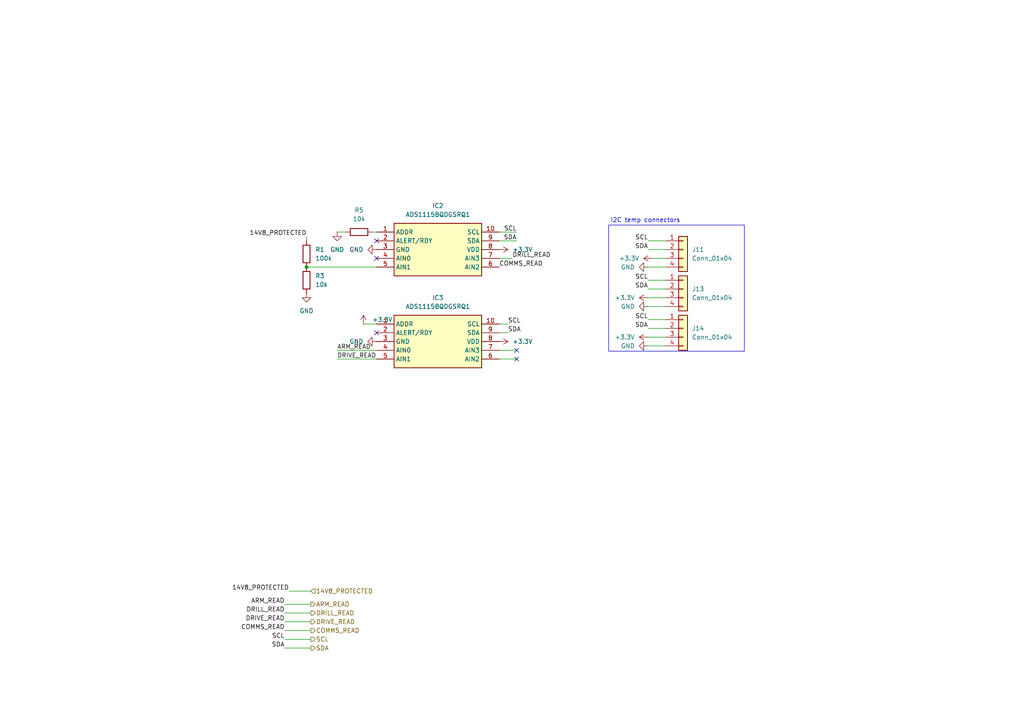
<source format=kicad_sch>
(kicad_sch (version 20250114) (generator "eeschema") (generator_version "9.0")
  (paper "A4")
  (lib_symbols
    (symbol "ADS1115BQDGSRQ1:ADS1115BQDGSRQ1"
      (property "Reference" "IC" (at 31.75 7.62 0))
      (property "Value" "ADS1115BQDGSRQ1" (at 31.75 5.08 0))
      (symbol "ADS1115BQDGSRQ1_1_1"
        (rectangle (start 5.08 2.54) (end 30.48 -12.7) (stroke (width 0.254)) (fill (type background)))
        (pin passive line (at 0 0 0) (length 5.08) (name "ADDR") (number "1"))
        (pin passive line (at 0 -2.54 0) (length 5.08) (name "ALERT/RDY") (number "2"))
        (pin passive line (at 0 -5.08 0) (length 5.08) (name "GND") (number "3"))
        (pin passive line (at 0 -7.62 0) (length 5.08) (name "AIN0") (number "4"))
        (pin passive line (at 0 -10.16 0) (length 5.08) (name "AIN1") (number "5"))
        (pin passive line (at 35.56 0 180) (length 5.08) (name "SCL") (number "10"))
        (pin passive line (at 35.56 -2.54 180) (length 5.08) (name "SDA") (number "9"))
        (pin passive line (at 35.56 -5.08 180) (length 5.08) (name "VDD") (number "8"))
        (pin passive line (at 35.56 -7.62 180) (length 5.08) (name "AIN3") (number "7"))
        (pin passive line (at 35.56 -10.16 180) (length 5.08) (name "AIN2") (number "6"))
      )
    )
    (symbol "Connector_Generic:Conn_01x04" (pin_names (offset 1.016) (hide yes))
      (property "Reference" "J" (at 0 5.08 0))
      (property "Value" "Conn_01x04" (at 0 -7.62 0))
      (symbol "Conn_01x04_1_1"
        (rectangle (start -1.27 3.81) (end 1.27 -6.35) (stroke (width 0.254)) (fill (type background)))
        (rectangle (start -1.27 2.667) (end 0 2.413) (stroke (width 0.1524)))
        (rectangle (start -1.27 0.127) (end 0 -0.127) (stroke (width 0.1524)))
        (rectangle (start -1.27 -2.413) (end 0 -2.667) (stroke (width 0.1524)))
        (rectangle (start -1.27 -4.953) (end 0 -5.207) (stroke (width 0.1524)))
        (pin passive line (at -5.08 2.54 0) (length 3.81) (name "Pin_1") (number "1"))
        (pin passive line (at -5.08 0 0) (length 3.81) (name "Pin_2") (number "2"))
        (pin passive line (at -5.08 -2.54 0) (length 3.81) (name "Pin_3") (number "3"))
        (pin passive line (at -5.08 -5.08 0) (length 3.81) (name "Pin_4") (number "4"))
      )
    )
    (symbol "Device:R" (pin_numbers (hide yes)) (pin_names (offset 0))
      (property "Reference" "R" (at 2.032 0 90))
      (property "Value" "R" (at 0 0 90))
      (symbol "R_0_1"
        (rectangle (start -1.016 -2.54) (end 1.016 2.54) (stroke (width 0.254)))
      )
      (symbol "R_1_1"
        (pin passive line (at 0 3.81 270) (length 1.27) (name "~") (number "1"))
        (pin passive line (at 0 -3.81 90) (length 1.27) (name "~") (number "2"))
      )
    )
    (symbol "power:+3.3V" (power) (pin_numbers (hide yes)) (pin_names (offset 0) (hide yes))
      (property "Value" "+3.3V" (at 0 3.556 0))
      (symbol "+3.3V_0_1"
        (polyline (pts (xy -0.762 1.27) (xy 0 2.54)))
        (polyline (pts (xy 0 2.54) (xy 0.762 1.27)))
        (polyline (pts (xy 0 0) (xy 0 2.54)))
      )
      (symbol "+3.3V_1_1"
        (pin power_in line (at 0 0 90) (length 0) (name "~") (number "1"))
      )
    )
    (symbol "power:+5V" (power) (pin_numbers (hide yes)) (pin_names (offset 0) (hide yes))
      (property "Value" "+5V" (at 0 3.556 0))
      (symbol "+5V_0_1"
        (polyline (pts (xy -0.762 1.27) (xy 0 2.54)))
        (polyline (pts (xy 0 2.54) (xy 0.762 1.27)))
        (polyline (pts (xy 0 0) (xy 0 2.54)))
      )
      (symbol "+5V_1_1"
        (pin power_in line (at 0 0 90) (length 0) (name "~") (number "1"))
      )
    )
    (symbol "power:GND" (power) (pin_numbers (hide yes)) (pin_names (offset 0) (hide yes))
      (property "Value" "GND" (at 0 -3.81 0))
      (symbol "GND_0_1"
        (polyline (pts (xy 0 0) (xy 0 -1.27) (xy 1.27 -1.27) (xy 0 -2.54) (xy -1.27 -1.27) (xy 0 -1.27)))
      )
      (symbol "GND_1_1"
        (pin power_in line (at 0 0 270) (length 0) (name "~") (number "1"))
      )
    )
  )
  (rectangle (start 176.53 65.278) (end 215.9 101.854))
  (text "I2C temp connectors" (at 187.198 64.008 0) (effects (font (size 1.27 1.27))))
  (junction (at 88.9 77.47))
  (no_connect (at 109.22 69.85))
  (no_connect (at 109.22 96.52))
  (no_connect (at 149.86 104.14))
  (no_connect (at 109.22 74.93))
  (no_connect (at 149.86 101.6))
  (wire (pts (xy 144.78 69.85) (xy 149.86 69.85)))
  (wire (pts (xy 187.96 100.33) (xy 193.04 100.33)))
  (wire (pts (xy 187.96 83.82) (xy 193.04 83.82)))
  (wire (pts (xy 97.79 104.14) (xy 109.22 104.14)))
  (wire (pts (xy 187.96 95.25) (xy 193.04 95.25)))
  (wire (pts (xy 82.55 182.88) (xy 90.17 182.88)))
  (wire (pts (xy 144.78 67.31) (xy 149.86 67.31)))
  (wire (pts (xy 187.96 88.9) (xy 193.04 88.9)))
  (wire (pts (xy 82.55 187.96) (xy 90.17 187.96)))
  (wire (pts (xy 83.82 171.45) (xy 90.17 171.45)))
  (wire (pts (xy 97.79 67.31) (xy 100.33 67.31)))
  (wire (pts (xy 187.96 86.36) (xy 193.04 86.36)))
  (wire (pts (xy 144.78 101.6) (xy 149.86 101.6)))
  (wire (pts (xy 187.96 77.47) (xy 193.04 77.47)))
  (wire (pts (xy 82.55 180.34) (xy 90.17 180.34)))
  (wire (pts (xy 187.96 97.79) (xy 193.04 97.79)))
  (wire (pts (xy 189.23 74.93) (xy 193.04 74.93)))
  (wire (pts (xy 82.55 185.42) (xy 90.17 185.42)))
  (wire (pts (xy 88.9 68.58) (xy 88.9 69.85)))
  (wire (pts (xy 144.78 93.98) (xy 147.32 93.98)))
  (wire (pts (xy 144.78 104.14) (xy 149.86 104.14)))
  (wire (pts (xy 97.79 101.6) (xy 109.22 101.6)))
  (wire (pts (xy 187.96 92.71) (xy 193.04 92.71)))
  (wire (pts (xy 105.41 93.98) (xy 109.22 93.98)))
  (wire (pts (xy 144.78 74.93) (xy 148.59 74.93)))
  (wire (pts (xy 107.95 67.31) (xy 109.22 67.31)))
  (wire (pts (xy 187.96 72.39) (xy 193.04 72.39)))
  (wire (pts (xy 187.96 81.28) (xy 193.04 81.28)))
  (wire (pts (xy 88.9 77.47) (xy 109.22 77.47)))
  (wire (pts (xy 82.55 175.26) (xy 90.17 175.26)))
  (wire (pts (xy 82.55 177.8) (xy 90.17 177.8)))
  (wire (pts (xy 144.78 96.52) (xy 147.32 96.52)))
  (wire (pts (xy 187.96 69.85) (xy 193.04 69.85)))
  (label "SCL" (at 147.32 93.98 0))
  (label "DRIVE_READ" (at 82.55 180.34 180))
  (label "SDA" (at 149.86 69.85 180))
  (label "ARM_READ" (at 82.55 175.26 180))
  (label "SDA" (at 187.96 83.82 180))
  (label "COMMS_READ" (at 82.55 182.88 180))
  (label "SDA" (at 187.96 72.39 180))
  (label "SCL" (at 187.96 92.71 180))
  (label "SCL" (at 149.86 67.31 180))
  (label "SDA" (at 187.96 95.25 180))
  (label "SCL" (at 187.96 69.85 180))
  (label "SDA" (at 147.32 96.52 0))
  (label "SCL" (at 82.55 185.42 180))
  (label "14V8_PROTECTED" (at 88.9 68.58 180))
  (label "SDA" (at 82.55 187.96 180))
  (label "DRILL_READ" (at 82.55 177.8 180))
  (label "14V8_PROTECTED" (at 83.82 171.45 180))
  (label "SCL" (at 187.96 81.28 180))
  (label "COMMS_READ" (at 144.78 77.47 0))
  (label "DRILL_READ" (at 148.59 74.93 0))
  (label "DRIVE_READ" (at 97.79 104.14 0))
  (label "ARM_READ" (at 97.79 101.6 0))
  (hierarchical_label "ARM_READ" (shape output) (at 90.17 175.26 0))
  (hierarchical_label "SCL" (shape output) (at 90.17 185.42 0))
  (hierarchical_label "DRIVE_READ" (shape output) (at 90.17 180.34 0))
  (hierarchical_label "SDA" (shape output) (at 90.17 187.96 0))
  (hierarchical_label "COMMS_READ" (shape output) (at 90.17 182.88 0))
  (hierarchical_label "14V8_PROTECTED" (shape input) (at 90.17 171.45 0))
  (hierarchical_label "DRILL_READ" (shape output) (at 90.17 177.8 0))
  (symbol (lib_id "power:GND") (at 187.96 77.47 270) (unit 1)
    (property "Reference" "#PWR061" (effects (hide yes)))
    (property "Value" "GND" (at 184.15 77.4699 90) (effects (justify right)))
    (property "Description" "Power symbol creates a global label with name \"GND\" , ground" (effects (hide yes)))
  )
  (symbol (lib_id "Connector_Generic:Conn_01x04") (at 198.12 72.39 0) (unit 1)
    (property "Reference" "J11" (at 200.66 72.3899 0) (effects (justify left)))
    (property "Value" "Conn_01x04" (at 200.66 74.9299 0) (effects (justify left)))
    (property "Footprint" "Connector_JST:JST_PH_S4B-PH-K_1x04_P2.00mm_Horizontal" (effects (hide yes)))
    (property "Description" "Generic connector, single row, 01x04, script generated (kicad-library-utils/schlib/autogen/connector/)" (effects (hide yes)))
  )
  (symbol (lib_id "Device:R") (at 88.9 81.28 0) (unit 1)
    (property "Reference" "R3" (at 91.44 80.0099 0) (effects (justify left)))
    (property "Value" "10k" (at 91.44 82.5499 0) (effects (justify left)))
    (property "Footprint" "Resistor_SMD:R_0805_2012Metric" (effects (hide yes)))
    (property "Description" "Resistor" (effects (hide yes)))
  )
  (symbol (lib_id "Device:R") (at 88.9 73.66 0) (unit 1)
    (property "Reference" "R1" (at 91.44 72.3899 0) (effects (justify left)))
    (property "Value" "100k" (at 91.44 74.9299 0) (effects (justify left)))
    (property "Footprint" "Resistor_SMD:R_0805_2012Metric" (effects (hide yes)))
    (property "Description" "Resistor" (effects (hide yes)))
  )
  (symbol (lib_id "power:GND") (at 109.22 99.06 270) (unit 1)
    (property "Reference" "#PWR025" (effects (hide yes)))
    (property "Value" "GND" (at 105.41 99.0599 90) (effects (justify right)))
    (property "Description" "Power symbol creates a global label with name \"GND\" , ground" (effects (hide yes)))
  )
  (symbol (lib_id "Device:R") (at 104.14 67.31 90) (unit 1)
    (property "Reference" "R5" (at 104.14 60.96 90))
    (property "Value" "10k" (at 104.14 63.5 90))
    (property "Footprint" "Resistor_SMD:R_0805_2012Metric" (effects (hide yes)))
    (property "Description" "Resistor" (effects (hide yes)))
  )
  (symbol (lib_id "Connector_Generic:Conn_01x04") (at 198.12 83.82 0) (unit 1)
    (property "Reference" "J13" (at 200.66 83.8199 0) (effects (justify left)))
    (property "Value" "Conn_01x04" (at 200.66 86.3599 0) (effects (justify left)))
    (property "Footprint" "Connector_JST:JST_PH_S4B-PH-K_1x04_P2.00mm_Horizontal" (effects (hide yes)))
    (property "Description" "Generic connector, single row, 01x04, script generated (kicad-library-utils/schlib/autogen/connector/)" (effects (hide yes)))
  )
  (symbol (lib_id "ADS1115BQDGSRQ1:ADS1115BQDGSRQ1") (at 109.22 93.98 0) (unit 1)
    (property "Reference" "IC3" (at 127 86.36 0))
    (property "Value" "ADS1115BQDGSRQ1" (at 127 88.9 0))
    (property "Footprint" "iprl_footprints:SOP50P490X110-10N" (effects (hide yes)))
    (property "Datasheet" "http://www.ti.com/lit/gpn/ads1115-q1" (effects (hide yes)))
    (property "Description" "Automotive 16-Bit 860SPS 4-Ch Delta-Sigma ADC With PGA, Oscillator, VREF, Comparator, and I2C" (effects (hide yes)))
    (property "Height" "1.1" (effects (hide yes)))
    (property "Mouser Part Number" "595-ADS1115BQDGSRQ1" (effects (hide yes)))
    (property "Mouser Price/Stock" "https://www.mouser.co.uk/ProductDetail/Texas-Instruments/ADS1115BQDGSRQ1?qs=34RfhUjJmKdvyLrkbnfjHA%3D%3D" (effects (hide yes)))
    (property "Manufacturer_Name" "Texas Instruments" (effects (hide yes)))
    (property "Manufacturer_Part_Number" "ADS1115BQDGSRQ1" (effects (hide yes)))
  )
  (symbol (lib_id "power:GND") (at 187.96 88.9 270) (unit 1)
    (property "Reference" "#PWR062" (effects (hide yes)))
    (property "Value" "GND" (at 184.15 88.8999 90) (effects (justify right)))
    (property "Description" "Power symbol creates a global label with name \"GND\" , ground" (effects (hide yes)))
  )
  (symbol (lib_id "power:+5V") (at 144.78 99.06 270) (unit 1)
    (property "Reference" "#PWR029" (effects (hide yes)))
    (property "Value" "+3.3V" (at 148.59 99.0599 90) (effects (justify left)))
    (property "Description" "Power symbol creates a global label with name \"+5V\"" (effects (hide yes)))
  )
  (symbol (lib_id "power:+3.3V") (at 187.96 97.79 90) (unit 1)
    (property "Reference" "#PWR070" (effects (hide yes)))
    (property "Value" "+3.3V" (at 184.15 97.7899 90) (effects (justify left)))
    (property "Description" "Power symbol creates a global label with name \"+3.3V\"" (effects (hide yes)))
  )
  (symbol (lib_id "power:+5V") (at 144.78 72.39 270) (unit 1)
    (property "Reference" "#PWR028" (effects (hide yes)))
    (property "Value" "+3.3V" (at 148.59 72.3899 90) (effects (justify left)))
    (property "Description" "Power symbol creates a global label with name \"+5V\"" (effects (hide yes)))
  )
  (symbol (lib_id "power:GND") (at 109.22 72.39 270) (unit 1)
    (property "Reference" "#PWR022" (effects (hide yes)))
    (property "Value" "GND" (at 105.41 72.3899 90) (effects (justify right)))
    (property "Description" "Power symbol creates a global label with name \"GND\" , ground" (effects (hide yes)))
  )
  (symbol (lib_id "ADS1115BQDGSRQ1:ADS1115BQDGSRQ1") (at 109.22 67.31 0) (unit 1)
    (property "Reference" "IC2" (at 127 59.69 0))
    (property "Value" "ADS1115BQDGSRQ1" (at 127 62.23 0))
    (property "Footprint" "iprl_footprints:SOP50P490X110-10N" (effects (hide yes)))
    (property "Datasheet" "http://www.ti.com/lit/gpn/ads1115-q1" (effects (hide yes)))
    (property "Description" "Automotive 16-Bit 860SPS 4-Ch Delta-Sigma ADC With PGA, Oscillator, VREF, Comparator, and I2C" (effects (hide yes)))
    (property "Height" "1.1" (effects (hide yes)))
    (property "Mouser Part Number" "595-ADS1115BQDGSRQ1" (effects (hide yes)))
    (property "Mouser Price/Stock" "https://www.mouser.co.uk/ProductDetail/Texas-Instruments/ADS1115BQDGSRQ1?qs=34RfhUjJmKdvyLrkbnfjHA%3D%3D" (effects (hide yes)))
    (property "Manufacturer_Name" "Texas Instruments" (effects (hide yes)))
    (property "Manufacturer_Part_Number" "ADS1115BQDGSRQ1" (effects (hide yes)))
  )
  (symbol (lib_id "Connector_Generic:Conn_01x04") (at 198.12 95.25 0) (unit 1)
    (property "Reference" "J14" (at 200.66 95.2499 0) (effects (justify left)))
    (property "Value" "Conn_01x04" (at 200.66 97.7899 0) (effects (justify left)))
    (property "Footprint" "Connector_JST:JST_PH_S4B-PH-K_1x04_P2.00mm_Horizontal" (effects (hide yes)))
    (property "Description" "Generic connector, single row, 01x04, script generated (kicad-library-utils/schlib/autogen/connector/)" (effects (hide yes)))
  )
  (symbol (lib_id "power:GND") (at 88.9 85.09 0) (unit 1)
    (property "Reference" "#PWR017" (effects (hide yes)))
    (property "Value" "GND" (at 88.9 90.17 0))
    (property "Description" "Power symbol creates a global label with name \"GND\" , ground" (effects (hide yes)))
  )
  (symbol (lib_id "power:+3.3V") (at 187.96 86.36 90) (unit 1)
    (property "Reference" "#PWR069" (effects (hide yes)))
    (property "Value" "+3.3V" (at 184.15 86.3599 90) (effects (justify left)))
    (property "Description" "Power symbol creates a global label with name \"+3.3V\"" (effects (hide yes)))
  )
  (symbol (lib_id "power:GND") (at 97.79 67.31 0) (unit 1)
    (property "Reference" "#PWR021" (effects (hide yes)))
    (property "Value" "GND" (at 97.79 72.39 0))
    (property "Description" "Power symbol creates a global label with name \"GND\" , ground" (effects (hide yes)))
  )
  (symbol (lib_id "power:GND") (at 187.96 100.33 270) (unit 1)
    (property "Reference" "#PWR063" (effects (hide yes)))
    (property "Value" "GND" (at 184.15 100.3299 90) (effects (justify right)))
    (property "Description" "Power symbol creates a global label with name \"GND\" , ground" (effects (hide yes)))
  )
  (symbol (lib_id "power:+3.3V") (at 189.23 74.93 90) (unit 1)
    (property "Reference" "#PWR068" (effects (hide yes)))
    (property "Value" "+3.3V" (at 185.42 74.9299 90) (effects (justify left)))
    (property "Description" "Power symbol creates a global label with name \"+3.3V\"" (effects (hide yes)))
  )
  (symbol (lib_id "power:+5V") (at 105.41 93.98 0) (unit 1)
    (property "Reference" "#PWR024" (effects (hide yes)))
    (property "Value" "+3.3V" (at 107.95 92.7099 0) (effects (justify left)))
    (property "Description" "Power symbol creates a global label with name \"+5V\"" (effects (hide yes)))
  )
)
</source>
